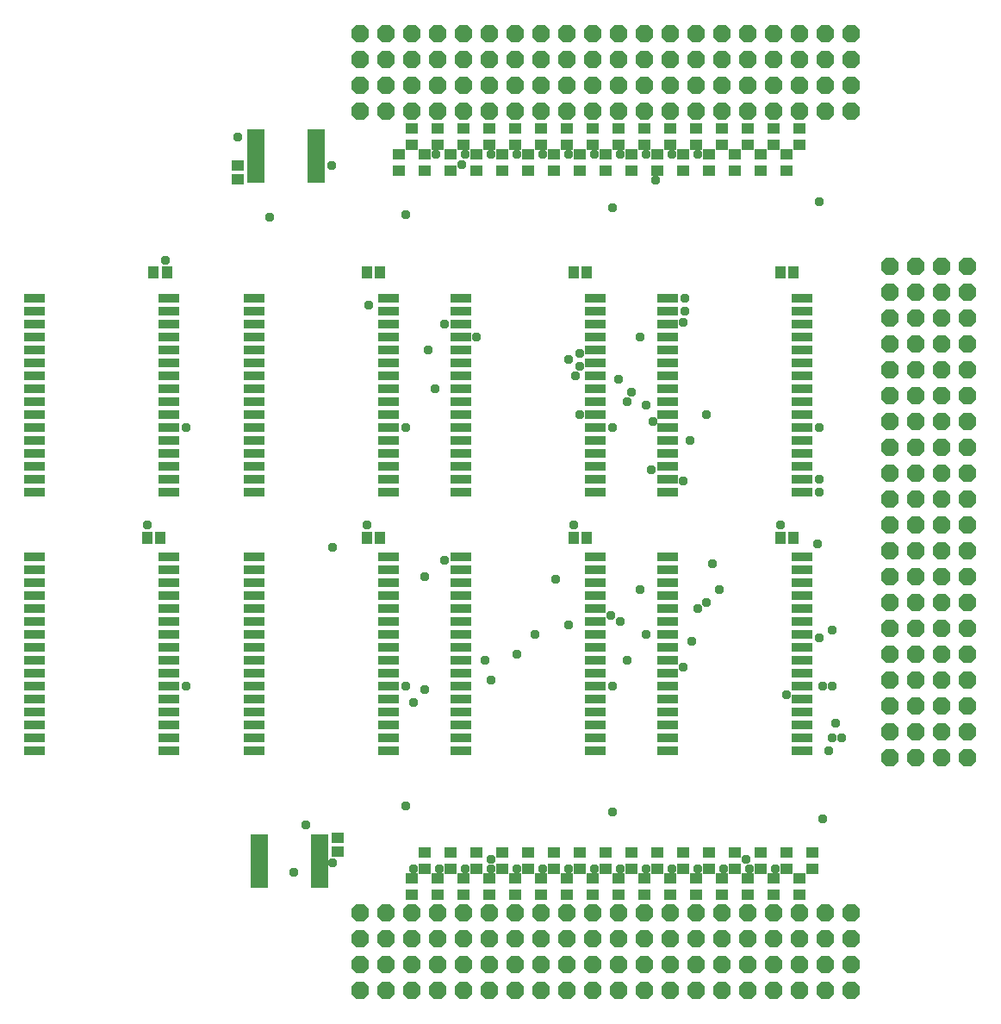
<source format=gts>
G04 EAGLE Gerber RS-274X export*
G75*
%MOMM*%
%FSLAX34Y34*%
%LPD*%
%INSoldermask Top*%
%IPPOS*%
%AMOC8*
5,1,8,0,0,1.08239X$1,22.5*%
G01*
%ADD10R,1.143200X1.033200*%
%ADD11R,1.033200X1.143200*%
%ADD12R,2.125200X0.903200*%
%ADD13R,1.678200X0.653200*%
%ADD14P,1.869504X8X22.500000*%
%ADD15P,1.869504X8X202.500000*%
%ADD16P,1.869504X8X112.500000*%
%ADD17R,1.153200X1.003200*%
%ADD18C,0.959600*%


D10*
X260350Y835275D03*
X260350Y822075D03*
D11*
X793500Y730250D03*
X806700Y730250D03*
X793500Y469900D03*
X806700Y469900D03*
X387100Y469900D03*
X400300Y469900D03*
X387100Y730250D03*
X400300Y730250D03*
X590300Y730250D03*
X603500Y730250D03*
X590300Y469900D03*
X603500Y469900D03*
X177550Y730250D03*
X190750Y730250D03*
X171200Y469900D03*
X184400Y469900D03*
D12*
X276760Y704850D03*
X276760Y692150D03*
X276760Y679450D03*
X276760Y666750D03*
X276760Y654050D03*
X276760Y641350D03*
X276760Y628650D03*
X276760Y615950D03*
X276760Y603250D03*
X276760Y590550D03*
X276760Y577850D03*
X276760Y565150D03*
X276760Y552450D03*
X276760Y539750D03*
X276760Y527050D03*
X276760Y514350D03*
X409040Y514350D03*
X409040Y527050D03*
X409040Y539750D03*
X409040Y552450D03*
X409040Y565150D03*
X409040Y577850D03*
X409040Y590550D03*
X409040Y603250D03*
X409040Y615950D03*
X409040Y628650D03*
X409040Y641350D03*
X409040Y654050D03*
X409040Y666750D03*
X409040Y679450D03*
X409040Y692150D03*
X409040Y704850D03*
D13*
X337355Y821800D03*
X337355Y828300D03*
X337355Y834800D03*
X337355Y841300D03*
X337355Y847800D03*
X337355Y854300D03*
X337355Y860800D03*
X337355Y867300D03*
X278595Y867300D03*
X278595Y860800D03*
X278595Y854300D03*
X278595Y847800D03*
X278595Y841300D03*
X278595Y834800D03*
X278595Y828300D03*
X278595Y821800D03*
D12*
X683160Y450850D03*
X683160Y438150D03*
X683160Y425450D03*
X683160Y412750D03*
X683160Y400050D03*
X683160Y387350D03*
X683160Y374650D03*
X683160Y361950D03*
X683160Y349250D03*
X683160Y336550D03*
X683160Y323850D03*
X683160Y311150D03*
X683160Y298450D03*
X683160Y285750D03*
X683160Y273050D03*
X683160Y260350D03*
X815440Y260350D03*
X815440Y273050D03*
X815440Y285750D03*
X815440Y298450D03*
X815440Y311150D03*
X815440Y323850D03*
X815440Y336550D03*
X815440Y349250D03*
X815440Y361950D03*
X815440Y374650D03*
X815440Y387350D03*
X815440Y400050D03*
X815440Y412750D03*
X815440Y425450D03*
X815440Y438150D03*
X815440Y450850D03*
X479960Y704850D03*
X479960Y692150D03*
X479960Y679450D03*
X479960Y666750D03*
X479960Y654050D03*
X479960Y641350D03*
X479960Y628650D03*
X479960Y615950D03*
X479960Y603250D03*
X479960Y590550D03*
X479960Y577850D03*
X479960Y565150D03*
X479960Y552450D03*
X479960Y539750D03*
X479960Y527050D03*
X479960Y514350D03*
X612240Y514350D03*
X612240Y527050D03*
X612240Y539750D03*
X612240Y552450D03*
X612240Y565150D03*
X612240Y577850D03*
X612240Y590550D03*
X612240Y603250D03*
X612240Y615950D03*
X612240Y628650D03*
X612240Y641350D03*
X612240Y654050D03*
X612240Y666750D03*
X612240Y679450D03*
X612240Y692150D03*
X612240Y704850D03*
X683160Y704850D03*
X683160Y692150D03*
X683160Y679450D03*
X683160Y666750D03*
X683160Y654050D03*
X683160Y641350D03*
X683160Y628650D03*
X683160Y615950D03*
X683160Y603250D03*
X683160Y590550D03*
X683160Y577850D03*
X683160Y565150D03*
X683160Y552450D03*
X683160Y539750D03*
X683160Y527050D03*
X683160Y514350D03*
X815440Y514350D03*
X815440Y527050D03*
X815440Y539750D03*
X815440Y552450D03*
X815440Y565150D03*
X815440Y577850D03*
X815440Y590550D03*
X815440Y603250D03*
X815440Y615950D03*
X815440Y628650D03*
X815440Y641350D03*
X815440Y654050D03*
X815440Y666750D03*
X815440Y679450D03*
X815440Y692150D03*
X815440Y704850D03*
X60860Y704850D03*
X60860Y692150D03*
X60860Y679450D03*
X60860Y666750D03*
X60860Y654050D03*
X60860Y641350D03*
X60860Y628650D03*
X60860Y615950D03*
X60860Y603250D03*
X60860Y590550D03*
X60860Y577850D03*
X60860Y565150D03*
X60860Y552450D03*
X60860Y539750D03*
X60860Y527050D03*
X60860Y514350D03*
X193140Y514350D03*
X193140Y527050D03*
X193140Y539750D03*
X193140Y552450D03*
X193140Y565150D03*
X193140Y577850D03*
X193140Y590550D03*
X193140Y603250D03*
X193140Y615950D03*
X193140Y628650D03*
X193140Y641350D03*
X193140Y654050D03*
X193140Y666750D03*
X193140Y679450D03*
X193140Y692150D03*
X193140Y704850D03*
X479960Y450850D03*
X479960Y438150D03*
X479960Y425450D03*
X479960Y412750D03*
X479960Y400050D03*
X479960Y387350D03*
X479960Y374650D03*
X479960Y361950D03*
X479960Y349250D03*
X479960Y336550D03*
X479960Y323850D03*
X479960Y311150D03*
X479960Y298450D03*
X479960Y285750D03*
X479960Y273050D03*
X479960Y260350D03*
X612240Y260350D03*
X612240Y273050D03*
X612240Y285750D03*
X612240Y298450D03*
X612240Y311150D03*
X612240Y323850D03*
X612240Y336550D03*
X612240Y349250D03*
X612240Y361950D03*
X612240Y374650D03*
X612240Y387350D03*
X612240Y400050D03*
X612240Y412750D03*
X612240Y425450D03*
X612240Y438150D03*
X612240Y450850D03*
X276760Y450850D03*
X276760Y438150D03*
X276760Y425450D03*
X276760Y412750D03*
X276760Y400050D03*
X276760Y387350D03*
X276760Y374650D03*
X276760Y361950D03*
X276760Y349250D03*
X276760Y336550D03*
X276760Y323850D03*
X276760Y311150D03*
X276760Y298450D03*
X276760Y285750D03*
X276760Y273050D03*
X276760Y260350D03*
X409040Y260350D03*
X409040Y273050D03*
X409040Y285750D03*
X409040Y298450D03*
X409040Y311150D03*
X409040Y323850D03*
X409040Y336550D03*
X409040Y349250D03*
X409040Y361950D03*
X409040Y374650D03*
X409040Y387350D03*
X409040Y400050D03*
X409040Y412750D03*
X409040Y425450D03*
X409040Y438150D03*
X409040Y450850D03*
X60860Y450850D03*
X60860Y438150D03*
X60860Y425450D03*
X60860Y412750D03*
X60860Y400050D03*
X60860Y387350D03*
X60860Y374650D03*
X60860Y361950D03*
X60860Y349250D03*
X60860Y336550D03*
X60860Y323850D03*
X60860Y311150D03*
X60860Y298450D03*
X60860Y285750D03*
X60860Y273050D03*
X60860Y260350D03*
X193140Y260350D03*
X193140Y273050D03*
X193140Y285750D03*
X193140Y298450D03*
X193140Y311150D03*
X193140Y323850D03*
X193140Y336550D03*
X193140Y349250D03*
X193140Y361950D03*
X193140Y374650D03*
X193140Y387350D03*
X193140Y400050D03*
X193140Y412750D03*
X193140Y425450D03*
X193140Y438150D03*
X193140Y450850D03*
D13*
X281770Y175150D03*
X281770Y168650D03*
X281770Y162150D03*
X281770Y155650D03*
X281770Y149150D03*
X281770Y142650D03*
X281770Y136150D03*
X281770Y129650D03*
X340530Y129650D03*
X340530Y136150D03*
X340530Y142650D03*
X340530Y149150D03*
X340530Y155650D03*
X340530Y162150D03*
X340530Y168650D03*
X340530Y175150D03*
D14*
X381000Y25400D03*
X381000Y50800D03*
X406400Y25400D03*
X406400Y50800D03*
X431800Y25400D03*
X431800Y50800D03*
X457200Y25400D03*
X457200Y50800D03*
X482600Y25400D03*
X482600Y50800D03*
X508000Y25400D03*
X508000Y50800D03*
X533400Y25400D03*
X533400Y50800D03*
X558800Y25400D03*
X558800Y50800D03*
X584200Y25400D03*
X584200Y50800D03*
X609600Y25400D03*
X609600Y50800D03*
X635000Y25400D03*
X635000Y50800D03*
X660400Y25400D03*
X660400Y50800D03*
X685800Y25400D03*
X685800Y50800D03*
X711200Y25400D03*
X711200Y50800D03*
X736600Y25400D03*
X736600Y50800D03*
X762000Y25400D03*
X762000Y50800D03*
X787400Y25400D03*
X787400Y50800D03*
X812800Y25400D03*
X812800Y50800D03*
X838200Y25400D03*
X838200Y50800D03*
X863600Y25400D03*
X863600Y50800D03*
X381000Y76200D03*
X381000Y101600D03*
X406400Y76200D03*
X406400Y101600D03*
X431800Y76200D03*
X431800Y101600D03*
X457200Y76200D03*
X457200Y101600D03*
X482600Y76200D03*
X482600Y101600D03*
X508000Y76200D03*
X508000Y101600D03*
X533400Y76200D03*
X533400Y101600D03*
X558800Y76200D03*
X558800Y101600D03*
X584200Y76200D03*
X584200Y101600D03*
X609600Y76200D03*
X609600Y101600D03*
X635000Y76200D03*
X635000Y101600D03*
X660400Y76200D03*
X660400Y101600D03*
X685800Y76200D03*
X685800Y101600D03*
X711200Y76200D03*
X711200Y101600D03*
X736600Y76200D03*
X736600Y101600D03*
X762000Y76200D03*
X762000Y101600D03*
X787400Y76200D03*
X787400Y101600D03*
X812800Y76200D03*
X812800Y101600D03*
X838200Y76200D03*
X838200Y101600D03*
X863600Y76200D03*
X863600Y101600D03*
D15*
X863600Y965200D03*
X863600Y939800D03*
X838200Y965200D03*
X838200Y939800D03*
X812800Y965200D03*
X812800Y939800D03*
X787400Y965200D03*
X787400Y939800D03*
X762000Y965200D03*
X762000Y939800D03*
X736600Y965200D03*
X736600Y939800D03*
X711200Y965200D03*
X711200Y939800D03*
X685800Y965200D03*
X685800Y939800D03*
X660400Y965200D03*
X660400Y939800D03*
X635000Y965200D03*
X635000Y939800D03*
X609600Y965200D03*
X609600Y939800D03*
X584200Y965200D03*
X584200Y939800D03*
X558800Y965200D03*
X558800Y939800D03*
X533400Y965200D03*
X533400Y939800D03*
X508000Y965200D03*
X508000Y939800D03*
X482600Y965200D03*
X482600Y939800D03*
X457200Y965200D03*
X457200Y939800D03*
X431800Y965200D03*
X431800Y939800D03*
X406400Y965200D03*
X406400Y939800D03*
X381000Y965200D03*
X381000Y939800D03*
D16*
X977900Y254000D03*
X952500Y254000D03*
X977900Y279400D03*
X952500Y279400D03*
X977900Y304800D03*
X952500Y304800D03*
X977900Y330200D03*
X952500Y330200D03*
X977900Y355600D03*
X952500Y355600D03*
X977900Y381000D03*
X952500Y381000D03*
X977900Y406400D03*
X952500Y406400D03*
X977900Y431800D03*
X952500Y431800D03*
X977900Y457200D03*
X952500Y457200D03*
X977900Y482600D03*
X952500Y482600D03*
X977900Y508000D03*
X952500Y508000D03*
X977900Y533400D03*
X952500Y533400D03*
X977900Y558800D03*
X952500Y558800D03*
X977900Y584200D03*
X952500Y584200D03*
X977900Y609600D03*
X952500Y609600D03*
X977900Y635000D03*
X952500Y635000D03*
X977900Y660400D03*
X952500Y660400D03*
X977900Y685800D03*
X952500Y685800D03*
X977900Y711200D03*
X952500Y711200D03*
X977900Y736600D03*
X952500Y736600D03*
D15*
X863600Y914400D03*
X863600Y889000D03*
X838200Y914400D03*
X838200Y889000D03*
X812800Y914400D03*
X812800Y889000D03*
X787400Y914400D03*
X787400Y889000D03*
X762000Y914400D03*
X762000Y889000D03*
X736600Y914400D03*
X736600Y889000D03*
X711200Y914400D03*
X711200Y889000D03*
X685800Y914400D03*
X685800Y889000D03*
X660400Y914400D03*
X660400Y889000D03*
X635000Y914400D03*
X635000Y889000D03*
X609600Y914400D03*
X609600Y889000D03*
X584200Y914400D03*
X584200Y889000D03*
X558800Y914400D03*
X558800Y889000D03*
X533400Y914400D03*
X533400Y889000D03*
X508000Y914400D03*
X508000Y889000D03*
X482600Y914400D03*
X482600Y889000D03*
X457200Y914400D03*
X457200Y889000D03*
X431800Y914400D03*
X431800Y889000D03*
X406400Y914400D03*
X406400Y889000D03*
X381000Y914400D03*
X381000Y889000D03*
D16*
X927100Y254000D03*
X901700Y254000D03*
X927100Y279400D03*
X901700Y279400D03*
X927100Y304800D03*
X901700Y304800D03*
X927100Y330200D03*
X901700Y330200D03*
X927100Y355600D03*
X901700Y355600D03*
X927100Y381000D03*
X901700Y381000D03*
X927100Y406400D03*
X901700Y406400D03*
X927100Y431800D03*
X901700Y431800D03*
X927100Y457200D03*
X901700Y457200D03*
X927100Y482600D03*
X901700Y482600D03*
X927100Y508000D03*
X901700Y508000D03*
X927100Y533400D03*
X901700Y533400D03*
X927100Y558800D03*
X901700Y558800D03*
X927100Y584200D03*
X901700Y584200D03*
X927100Y609600D03*
X901700Y609600D03*
X927100Y635000D03*
X901700Y635000D03*
X927100Y660400D03*
X901700Y660400D03*
X927100Y685800D03*
X901700Y685800D03*
X927100Y711200D03*
X901700Y711200D03*
X927100Y736600D03*
X901700Y736600D03*
D17*
X444500Y144400D03*
X444500Y160400D03*
X673100Y144400D03*
X673100Y160400D03*
X698500Y144400D03*
X698500Y160400D03*
X723900Y144400D03*
X723900Y160400D03*
X749300Y144400D03*
X749300Y160400D03*
X774700Y144400D03*
X774700Y160400D03*
X800100Y144400D03*
X800100Y160400D03*
X431800Y119000D03*
X431800Y135000D03*
X825500Y144400D03*
X825500Y160400D03*
X457200Y119000D03*
X457200Y135000D03*
X482600Y119000D03*
X482600Y135000D03*
X469900Y144400D03*
X469900Y160400D03*
X508000Y119000D03*
X508000Y135000D03*
X533400Y119000D03*
X533400Y135000D03*
X558800Y119000D03*
X558800Y135000D03*
X584200Y119000D03*
X584200Y135000D03*
X609600Y119000D03*
X609600Y135000D03*
X660400Y119000D03*
X660400Y135000D03*
X635000Y119000D03*
X635000Y135000D03*
X685800Y119000D03*
X685800Y135000D03*
X711200Y119000D03*
X711200Y135000D03*
X736600Y119000D03*
X736600Y135000D03*
X495300Y144400D03*
X495300Y160400D03*
X762000Y119000D03*
X762000Y135000D03*
X787400Y119000D03*
X787400Y135000D03*
X812800Y119000D03*
X812800Y135000D03*
X800100Y846200D03*
X800100Y830200D03*
X774700Y846200D03*
X774700Y830200D03*
X749300Y846200D03*
X749300Y830200D03*
X723900Y846200D03*
X723900Y830200D03*
X698500Y846200D03*
X698500Y830200D03*
X673100Y846200D03*
X673100Y830200D03*
X647700Y846200D03*
X647700Y830200D03*
X520700Y144400D03*
X520700Y160400D03*
X622300Y846200D03*
X622300Y830200D03*
X596900Y846200D03*
X596900Y830200D03*
X571500Y846200D03*
X571500Y830200D03*
X546100Y846200D03*
X546100Y830200D03*
X520700Y846200D03*
X520700Y830200D03*
X495300Y846200D03*
X495300Y830200D03*
X469900Y846200D03*
X469900Y830200D03*
X457200Y871600D03*
X457200Y855600D03*
X812800Y871600D03*
X812800Y855600D03*
X419100Y846200D03*
X419100Y830200D03*
X546100Y144400D03*
X546100Y160400D03*
X787400Y871600D03*
X787400Y855600D03*
X762000Y871600D03*
X762000Y855600D03*
X736600Y871600D03*
X736600Y855600D03*
X711200Y871600D03*
X711200Y855600D03*
X685800Y871600D03*
X685800Y855600D03*
X660400Y871600D03*
X660400Y855600D03*
X635000Y871600D03*
X635000Y855600D03*
X584200Y871600D03*
X584200Y855600D03*
X609600Y871600D03*
X609600Y855600D03*
X558800Y871600D03*
X558800Y855600D03*
X571500Y144400D03*
X571500Y160400D03*
X533400Y871600D03*
X533400Y855600D03*
X508000Y871600D03*
X508000Y855600D03*
X482600Y871600D03*
X482600Y855600D03*
X444500Y846200D03*
X444500Y830200D03*
X431800Y871600D03*
X431800Y855600D03*
X596900Y144400D03*
X596900Y160400D03*
X622300Y144400D03*
X622300Y160400D03*
X647700Y144400D03*
X647700Y160400D03*
D10*
X358775Y161675D03*
X358775Y174875D03*
D18*
X573088Y428625D03*
X463550Y447675D03*
X444500Y431800D03*
X788988Y144463D03*
X733425Y419100D03*
X763588Y144463D03*
X712788Y400050D03*
X738188Y144463D03*
X760413Y153988D03*
X720725Y406400D03*
X712788Y144463D03*
X706438Y368300D03*
X687388Y144463D03*
X698500Y342900D03*
X661988Y144463D03*
X661988Y374650D03*
X636588Y144463D03*
X636588Y387350D03*
X611188Y144463D03*
X627063Y393700D03*
X585788Y144463D03*
X585788Y384175D03*
X560388Y144463D03*
X552450Y374650D03*
X534988Y144463D03*
X534988Y355600D03*
X509588Y144463D03*
X503238Y349250D03*
X484188Y144463D03*
X509588Y153988D03*
X509588Y330200D03*
X458788Y144463D03*
X444500Y320675D03*
X433388Y144463D03*
X433388Y307975D03*
X800100Y315913D03*
X844550Y323850D03*
X847725Y287338D03*
X844550Y273050D03*
X841375Y260350D03*
X854075Y273050D03*
X315913Y141288D03*
X354013Y150813D03*
X354013Y460375D03*
X260350Y863600D03*
X793750Y482600D03*
X590550Y482600D03*
X387350Y482600D03*
X171450Y482600D03*
X189230Y742442D03*
X655638Y419100D03*
X655638Y666750D03*
X642938Y349250D03*
X642938Y603250D03*
X835025Y323850D03*
X835025Y193675D03*
X628650Y323850D03*
X628650Y200025D03*
X425450Y323850D03*
X425450Y206375D03*
X209550Y323850D03*
X327025Y187325D03*
X209550Y577850D03*
X292100Y784225D03*
X425450Y577850D03*
X425450Y787400D03*
X628650Y577850D03*
X628650Y793750D03*
X831850Y577850D03*
X831850Y800100D03*
X727075Y444500D03*
X704850Y565150D03*
X720725Y590550D03*
X668338Y584200D03*
X712788Y846138D03*
X661988Y600075D03*
X687388Y846138D03*
X647700Y612775D03*
X661988Y846138D03*
X635000Y625475D03*
X636588Y846138D03*
X596900Y638175D03*
X611188Y846138D03*
X596900Y650875D03*
X585788Y846138D03*
X585788Y644525D03*
X560388Y846138D03*
X592138Y628650D03*
X534988Y846138D03*
X596900Y590550D03*
X509588Y846138D03*
X454025Y615950D03*
X484188Y846138D03*
X495300Y666750D03*
X481013Y836613D03*
X447675Y654050D03*
X463550Y679450D03*
X388938Y698500D03*
X700088Y692150D03*
X700088Y704850D03*
X698500Y681038D03*
X671513Y820738D03*
X352425Y835025D03*
X831850Y527050D03*
X831850Y514350D03*
X830263Y463550D03*
X844550Y379413D03*
X698500Y525463D03*
X831850Y371475D03*
X666750Y536575D03*
X455613Y846138D03*
M02*

</source>
